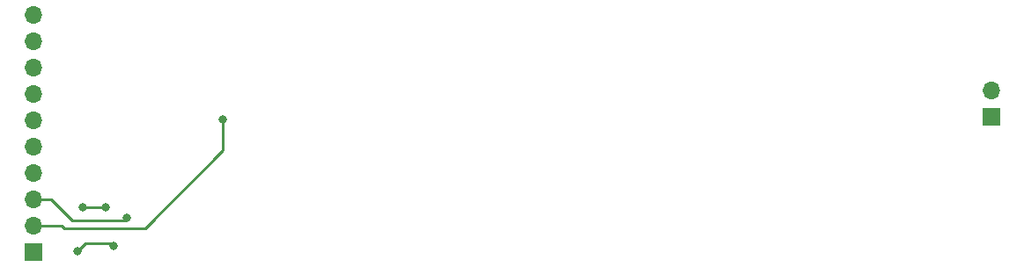
<source format=gbr>
%TF.GenerationSoftware,KiCad,Pcbnew,(5.1.12-1-10_14)*%
%TF.CreationDate,2022-08-29T01:00:24+02:00*%
%TF.ProjectId,esp-wireless-charging,6573702d-7769-4726-956c-6573732d6368,rev?*%
%TF.SameCoordinates,Original*%
%TF.FileFunction,Copper,L2,Bot*%
%TF.FilePolarity,Positive*%
%FSLAX46Y46*%
G04 Gerber Fmt 4.6, Leading zero omitted, Abs format (unit mm)*
G04 Created by KiCad (PCBNEW (5.1.12-1-10_14)) date 2022-08-29 01:00:24*
%MOMM*%
%LPD*%
G01*
G04 APERTURE LIST*
%TA.AperFunction,ComponentPad*%
%ADD10O,1.700000X1.700000*%
%TD*%
%TA.AperFunction,ComponentPad*%
%ADD11R,1.700000X1.700000*%
%TD*%
%TA.AperFunction,ViaPad*%
%ADD12C,0.800000*%
%TD*%
%TA.AperFunction,Conductor*%
%ADD13C,0.250000*%
%TD*%
G04 APERTURE END LIST*
D10*
%TO.P,J2,10*%
%TO.N,Net-(J2-Pad10)*%
X89500000Y-54930000D03*
%TO.P,J2,9*%
%TO.N,Net-(J2-Pad9)*%
X89500000Y-57470000D03*
%TO.P,J2,8*%
%TO.N,Net-(J2-Pad8)*%
X89500000Y-60010000D03*
%TO.P,J2,7*%
%TO.N,Net-(J2-Pad7)*%
X89500000Y-62550000D03*
%TO.P,J2,6*%
%TO.N,Net-(J2-Pad6)*%
X89500000Y-65090000D03*
%TO.P,J2,5*%
%TO.N,Net-(J2-Pad5)*%
X89500000Y-67630000D03*
%TO.P,J2,4*%
%TO.N,Net-(J2-Pad4)*%
X89500000Y-70170000D03*
%TO.P,J2,3*%
%TO.N,Net-(J2-Pad3)*%
X89500000Y-72710000D03*
%TO.P,J2,2*%
%TO.N,Net-(J2-Pad2)*%
X89500000Y-75250000D03*
D11*
%TO.P,J2,1*%
%TO.N,Net-(J1-Pad2)*%
X89500000Y-77790000D03*
%TD*%
%TO.P,J1,1*%
%TO.N,Net-(J1-Pad1)*%
X181610000Y-64770000D03*
D10*
%TO.P,J1,2*%
%TO.N,Net-(J1-Pad2)*%
X181610000Y-62230000D03*
%TD*%
D12*
%TO.N,Net-(J1-Pad2)*%
X93750000Y-77750000D03*
X97250000Y-77250000D03*
%TO.N,Net-(J2-Pad4)*%
X94250000Y-73500000D03*
X96500000Y-73500000D03*
%TO.N,Net-(J2-Pad3)*%
X98500000Y-74500000D03*
%TO.N,Net-(J2-Pad2)*%
X107750000Y-65000000D03*
%TD*%
D13*
%TO.N,Net-(J1-Pad2)*%
X93750000Y-77750000D02*
X94500000Y-77000000D01*
X97000000Y-77000000D02*
X97250000Y-77250000D01*
X94500000Y-77000000D02*
X97000000Y-77000000D01*
%TO.N,Net-(J2-Pad4)*%
X94250000Y-73500000D02*
X96250000Y-73500000D01*
X96250000Y-73500000D02*
X96500000Y-73500000D01*
%TO.N,Net-(J2-Pad3)*%
X89500000Y-72710000D02*
X91210000Y-72710000D01*
X91210000Y-72710000D02*
X93250000Y-74750000D01*
X98250000Y-74750000D02*
X98500000Y-74500000D01*
X93250000Y-74750000D02*
X98250000Y-74750000D01*
%TO.N,Net-(J2-Pad2)*%
X89500000Y-75250000D02*
X92250000Y-75250000D01*
X92250000Y-75250000D02*
X92500000Y-75500000D01*
X92500000Y-75500000D02*
X100250000Y-75500000D01*
X100250000Y-75500000D02*
X107750000Y-68000000D01*
X107750000Y-68000000D02*
X107750000Y-65000000D01*
%TD*%
M02*

</source>
